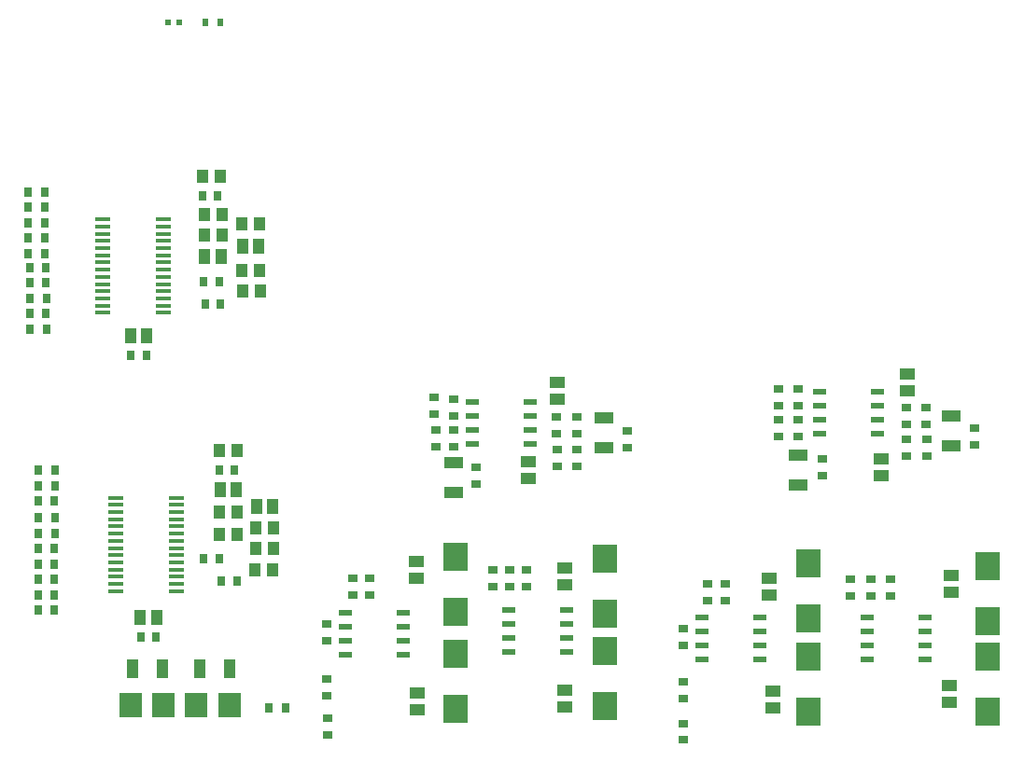
<source format=gbr>
G04 Layer_Color=8421504*
%FSLAX43Y43*%
%MOMM*%
%TF.FileFunction,Paste,Top*%
%TF.Part,Single*%
G01*
G75*
%TA.AperFunction,SMDPad,CuDef*%
%ADD10R,1.250X0.550*%
%ADD11R,0.900X0.700*%
%ADD12R,1.700X1.100*%
%ADD13R,1.400X1.100*%
%ADD14R,2.200X2.600*%
%ADD15R,0.700X0.900*%
%ADD16R,1.100X1.400*%
%ADD17R,0.800X0.900*%
%ADD18R,1.000X1.300*%
%ADD19R,0.500X0.800*%
%ADD20R,0.600X0.600*%
%ADD22R,1.400X0.300*%
%ADD23R,1.100X1.700*%
%ADD24R,2.000X2.200*%
D10*
X113962Y29591D02*
D03*
Y30861D02*
D03*
Y32131D02*
D03*
Y33401D02*
D03*
X108712Y29591D02*
D03*
Y30861D02*
D03*
Y32131D02*
D03*
Y33401D02*
D03*
X118322Y9144D02*
D03*
Y10414D02*
D03*
Y11684D02*
D03*
Y12954D02*
D03*
X113072Y9144D02*
D03*
Y10414D02*
D03*
Y11684D02*
D03*
Y12954D02*
D03*
X103336Y9144D02*
D03*
Y10414D02*
D03*
Y11684D02*
D03*
Y12954D02*
D03*
X98086Y9144D02*
D03*
Y10414D02*
D03*
Y11684D02*
D03*
Y12954D02*
D03*
X70993Y9525D02*
D03*
Y10795D02*
D03*
Y12065D02*
D03*
Y13335D02*
D03*
X65743Y9525D02*
D03*
Y10795D02*
D03*
Y12065D02*
D03*
Y13335D02*
D03*
X85810Y9779D02*
D03*
Y11049D02*
D03*
Y12319D02*
D03*
Y13589D02*
D03*
X80560Y9779D02*
D03*
Y11049D02*
D03*
Y12319D02*
D03*
Y13589D02*
D03*
X82508Y28702D02*
D03*
Y29972D02*
D03*
Y31242D02*
D03*
Y32512D02*
D03*
X77258Y28702D02*
D03*
Y29972D02*
D03*
Y31242D02*
D03*
Y32512D02*
D03*
D11*
X106807Y32131D02*
D03*
Y33631D02*
D03*
X105029D02*
D03*
Y32131D02*
D03*
X106807Y29349D02*
D03*
Y30849D02*
D03*
X105029Y30849D02*
D03*
Y29349D02*
D03*
X108966Y25793D02*
D03*
Y27293D02*
D03*
X116586Y30492D02*
D03*
Y31992D02*
D03*
X118364Y31992D02*
D03*
Y30492D02*
D03*
X122809Y30087D02*
D03*
Y28587D02*
D03*
X118491Y27571D02*
D03*
Y29071D02*
D03*
X116586Y27571D02*
D03*
Y29071D02*
D03*
X115189Y14871D02*
D03*
Y16371D02*
D03*
X113411Y16371D02*
D03*
Y14871D02*
D03*
X111506Y16371D02*
D03*
Y14871D02*
D03*
X100203Y15990D02*
D03*
Y14490D02*
D03*
X98552Y15990D02*
D03*
Y14490D02*
D03*
X96393Y11926D02*
D03*
Y10426D02*
D03*
X96393Y5600D02*
D03*
Y7100D02*
D03*
X96393Y3302D02*
D03*
Y1802D02*
D03*
X67945Y16498D02*
D03*
Y14998D02*
D03*
X66421Y16486D02*
D03*
Y14986D02*
D03*
X64008Y12307D02*
D03*
Y10807D02*
D03*
X64008Y5854D02*
D03*
Y7354D02*
D03*
X64135Y3798D02*
D03*
Y2298D02*
D03*
X79121Y17260D02*
D03*
Y15760D02*
D03*
X80645Y17260D02*
D03*
Y15760D02*
D03*
X82169Y15760D02*
D03*
Y17260D02*
D03*
X84836Y29603D02*
D03*
Y31103D02*
D03*
X86741Y31103D02*
D03*
Y29603D02*
D03*
X91313Y29845D02*
D03*
Y28345D02*
D03*
X86741Y26682D02*
D03*
Y28182D02*
D03*
X84963Y26682D02*
D03*
Y28182D02*
D03*
X77597Y25031D02*
D03*
Y26531D02*
D03*
X75565Y28460D02*
D03*
Y29960D02*
D03*
X73914Y29960D02*
D03*
Y28460D02*
D03*
X75565Y31254D02*
D03*
Y32754D02*
D03*
X73787Y32881D02*
D03*
Y31381D02*
D03*
D12*
X106807Y27686D02*
D03*
Y24986D02*
D03*
X120650Y31195D02*
D03*
Y28495D02*
D03*
X89154Y31068D02*
D03*
Y28368D02*
D03*
X75565Y27004D02*
D03*
Y24304D02*
D03*
D13*
X116713Y33540D02*
D03*
Y35040D02*
D03*
X114300Y25793D02*
D03*
Y27293D02*
D03*
X120650Y16752D02*
D03*
Y15252D02*
D03*
X120523Y6719D02*
D03*
Y5219D02*
D03*
X104140Y16498D02*
D03*
Y14998D02*
D03*
X104521Y6211D02*
D03*
Y4711D02*
D03*
X72263Y6084D02*
D03*
Y4584D02*
D03*
X72136Y18022D02*
D03*
Y16522D02*
D03*
X85598Y17375D02*
D03*
Y15875D02*
D03*
X85598Y6338D02*
D03*
Y4838D02*
D03*
X84963Y32778D02*
D03*
Y34278D02*
D03*
X82296Y25539D02*
D03*
Y27039D02*
D03*
D14*
X123952Y12613D02*
D03*
Y17613D02*
D03*
Y4358D02*
D03*
Y9358D02*
D03*
X107696Y17867D02*
D03*
Y12867D02*
D03*
Y9358D02*
D03*
Y4358D02*
D03*
X75692Y9612D02*
D03*
Y4612D02*
D03*
Y13415D02*
D03*
Y18415D02*
D03*
X89281Y18248D02*
D03*
Y13248D02*
D03*
Y4866D02*
D03*
Y9866D02*
D03*
D15*
X60313Y4699D02*
D03*
X58813D02*
D03*
X38481Y51562D02*
D03*
X36981D02*
D03*
X38469Y50165D02*
D03*
X36969D02*
D03*
X38469Y48768D02*
D03*
X36969D02*
D03*
X38469Y47371D02*
D03*
X36969D02*
D03*
X38469Y45974D02*
D03*
X36969D02*
D03*
X38596Y44704D02*
D03*
X37096D02*
D03*
X38596Y43307D02*
D03*
X37096D02*
D03*
X38608Y41910D02*
D03*
X37108D02*
D03*
X38596Y40513D02*
D03*
X37096D02*
D03*
X38608Y39116D02*
D03*
X37108D02*
D03*
X39370Y26289D02*
D03*
X37870D02*
D03*
X39370Y24892D02*
D03*
X37870D02*
D03*
X39358Y23495D02*
D03*
X37858D02*
D03*
X39370Y21971D02*
D03*
X37870D02*
D03*
X39370Y20574D02*
D03*
X37870D02*
D03*
X39358Y19177D02*
D03*
X37858D02*
D03*
X39358Y17780D02*
D03*
X37858D02*
D03*
X39358Y16383D02*
D03*
X37858D02*
D03*
X39358Y14986D02*
D03*
X37858D02*
D03*
X39358Y13589D02*
D03*
X37858D02*
D03*
D16*
X48629Y12954D02*
D03*
X47129D02*
D03*
X59170Y22987D02*
D03*
X57670D02*
D03*
X55868Y24511D02*
D03*
X54368D02*
D03*
X47740Y38481D02*
D03*
X46240D02*
D03*
X57900Y46609D02*
D03*
X56400D02*
D03*
X54471Y45720D02*
D03*
X52971D02*
D03*
D17*
X47179Y11176D02*
D03*
X48579D02*
D03*
X54480Y16256D02*
D03*
X55880D02*
D03*
X52894Y18288D02*
D03*
X54294D02*
D03*
X54291Y26289D02*
D03*
X55691D02*
D03*
X46290Y36703D02*
D03*
X47690D02*
D03*
X53021Y41402D02*
D03*
X54421D02*
D03*
X52894Y43434D02*
D03*
X54294D02*
D03*
X52767Y51181D02*
D03*
X54167D02*
D03*
D18*
X57493Y17272D02*
D03*
X59093D02*
D03*
X57620Y19177D02*
D03*
X59220D02*
D03*
X57620Y21082D02*
D03*
X59220D02*
D03*
X54318Y20447D02*
D03*
X55918D02*
D03*
X54318Y22479D02*
D03*
X55918D02*
D03*
X54318Y28067D02*
D03*
X55918D02*
D03*
X56388Y42545D02*
D03*
X57988D02*
D03*
X56350Y44450D02*
D03*
X57950D02*
D03*
X52921Y47625D02*
D03*
X54521D02*
D03*
X56350Y48641D02*
D03*
X57950D02*
D03*
X52921Y49530D02*
D03*
X54521D02*
D03*
X52794Y52959D02*
D03*
X54394D02*
D03*
D19*
X53071Y66929D02*
D03*
X54371D02*
D03*
D20*
X49673D02*
D03*
X50673D02*
D03*
D22*
X44875Y23783D02*
D03*
Y23133D02*
D03*
Y22483D02*
D03*
Y21833D02*
D03*
Y21183D02*
D03*
Y20533D02*
D03*
Y19883D02*
D03*
Y19233D02*
D03*
Y18583D02*
D03*
Y17933D02*
D03*
Y17283D02*
D03*
Y16633D02*
D03*
Y15983D02*
D03*
Y15333D02*
D03*
X50375Y23783D02*
D03*
Y23133D02*
D03*
Y22483D02*
D03*
Y21833D02*
D03*
Y21183D02*
D03*
Y20533D02*
D03*
Y19883D02*
D03*
Y19233D02*
D03*
Y18583D02*
D03*
Y17933D02*
D03*
Y17283D02*
D03*
Y16633D02*
D03*
Y15983D02*
D03*
Y15333D02*
D03*
X43688Y49045D02*
D03*
Y48395D02*
D03*
Y47745D02*
D03*
Y47095D02*
D03*
Y46445D02*
D03*
Y45795D02*
D03*
Y45145D02*
D03*
Y44495D02*
D03*
Y43845D02*
D03*
Y43195D02*
D03*
Y42545D02*
D03*
Y41895D02*
D03*
Y41245D02*
D03*
Y40595D02*
D03*
X49188Y49045D02*
D03*
Y48395D02*
D03*
Y47745D02*
D03*
Y47095D02*
D03*
Y46445D02*
D03*
Y45795D02*
D03*
Y45145D02*
D03*
Y44495D02*
D03*
Y43845D02*
D03*
Y43195D02*
D03*
Y42545D02*
D03*
Y41895D02*
D03*
Y41245D02*
D03*
Y40595D02*
D03*
D23*
X52498Y8255D02*
D03*
X55198D02*
D03*
X46402D02*
D03*
X49102D02*
D03*
D24*
X52221Y4953D02*
D03*
X55221D02*
D03*
X46252D02*
D03*
X49252D02*
D03*
%TF.MD5,694f51a9044318ed64b86627ffdf38eb*%
M02*

</source>
